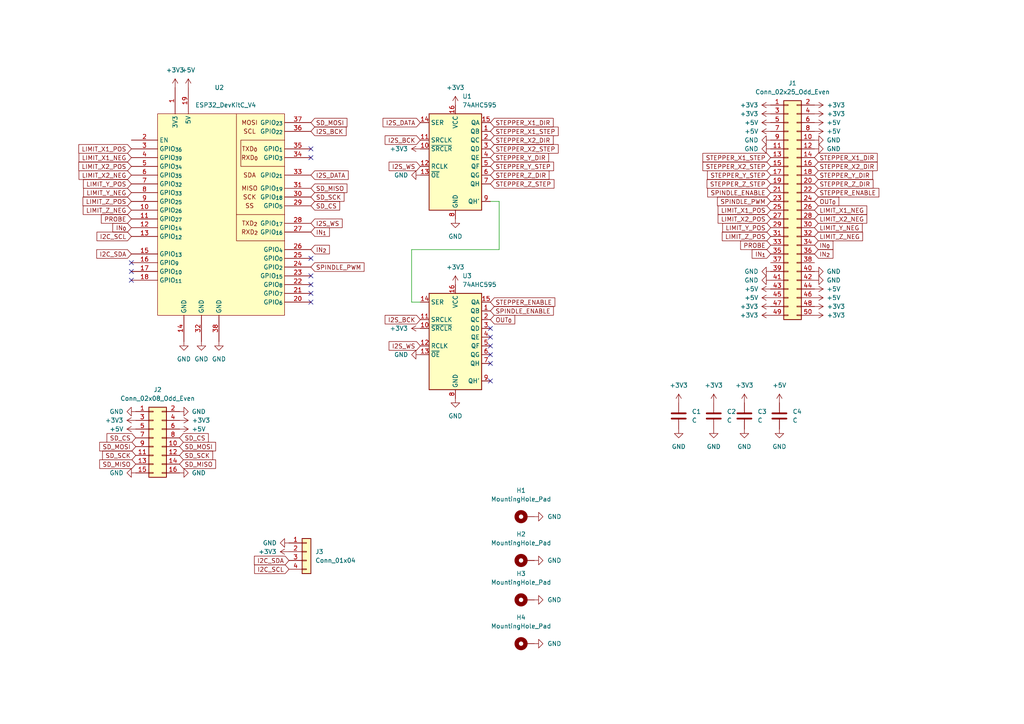
<source format=kicad_sch>
(kicad_sch (version 20211123) (generator eeschema)
  (paper "A4")
  (lib_symbols
    (symbol "74xx:74AHC595"
      (property "Reference" "U" (at -7.62 13.97 0))
      (property "Value" "74AHC595" (at -7.62 -16.51 0))
      (symbol "74AHC595_1_0"
        (pin tri_state line (at 10.16 7.62 180) (length 2.54) (name "QB") (number "1"))
        (pin input line (at -10.16 2.54 0) (length 2.54) (name "~{SRCLR}") (number "10"))
        (pin input line (at -10.16 5.08 0) (length 2.54) (name "SRCLK") (number "11"))
        (pin input line (at -10.16 -2.54 0) (length 2.54) (name "RCLK") (number "12"))
        (pin input line (at -10.16 -5.08 0) (length 2.54) (name "~{OE}") (number "13"))
        (pin input line (at -10.16 10.16 0) (length 2.54) (name "SER") (number "14"))
        (pin tri_state line (at 10.16 10.16 180) (length 2.54) (name "QA") (number "15"))
        (pin power_in line (at 0 15.24 270) (length 2.54) (name "VCC") (number "16"))
        (pin tri_state line (at 10.16 5.08 180) (length 2.54) (name "QC") (number "2"))
        (pin tri_state line (at 10.16 2.54 180) (length 2.54) (name "QD") (number "3"))
        (pin tri_state line (at 10.16 0 180) (length 2.54) (name "QE") (number "4"))
        (pin tri_state line (at 10.16 -2.54 180) (length 2.54) (name "QF") (number "5"))
        (pin tri_state line (at 10.16 -5.08 180) (length 2.54) (name "QG") (number "6"))
        (pin tri_state line (at 10.16 -7.62 180) (length 2.54) (name "QH") (number "7"))
        (pin power_in line (at 0 -17.78 90) (length 2.54) (name "GND") (number "8"))
        (pin output line (at 10.16 -12.7 180) (length 2.54) (name "QH'") (number "9"))
      )
      (symbol "74AHC595_1_1"
        (rectangle (start -7.62 12.7) (end 7.62 -15.24) (stroke (width 0.254)) (fill (type background)))
      )
    )
    (symbol "AZ-Delivery:ESP32_DevKitC_V4"
      (property "Reference" "U?" (at 1.27 30.48 0))
      (property "Value" "ESP32_DevKitC_V4" (at 7.62 21.59 90))
      (symbol "ESP32_DevKitC_V4_0_0"
        (polyline (pts (xy 10.16 5.08) (xy 10.16 -2.54) (xy 24.13 -2.54)))
        (polyline (pts (xy 24.13 5.08) (xy 10.16 5.08) (xy 10.16 34.29)))
        (polyline (pts (xy 24.13 19.05) (xy 11.43 19.05) (xy 11.43 26.67) (xy 24.13 26.67)))
        (text "MISO" (at 13.97 12.7 0) (effects (font (size 1.27 1.27))))
        (text "MOSI" (at 13.97 31.75 0) (effects (font (size 1.27 1.27))))
        (text "RXD_{0}" (at 13.97 21.59 0) (effects (font (size 1.27 1.27))))
        (text "RXD_{2}" (at 13.97 0 0) (effects (font (size 1.27 1.27))))
        (text "SCK" (at 13.97 10.16 0) (effects (font (size 1.27 1.27))))
        (text "SCL" (at 13.97 29.21 0) (effects (font (size 1.27 1.27))))
        (text "SDA" (at 13.97 16.51 0) (effects (font (size 1.27 1.27))))
        (text "SS" (at 13.97 7.62 0) (effects (font (size 1.27 1.27))))
        (text "TXD_{0}" (at 13.97 24.13 0) (effects (font (size 1.27 1.27))))
        (text "TXD_{2}" (at 13.97 2.54 0) (effects (font (size 1.27 1.27))))
      )
      (symbol "ESP32_DevKitC_V4_0_1"
        (rectangle (start -12.7 34.29) (end 24.13 -24.13) (fill (type background)))
      )
      (symbol "ESP32_DevKitC_V4_1_0"
        (pin power_in line (at -7.62 41.91 270) (length 7.62) (name "3V3") (number "1"))
        (pin bidirectional line (at -20.32 6.35 0) (length 7.62) (name "GPIO_{26}") (number "10"))
        (pin bidirectional line (at -20.32 3.81 0) (length 7.62) (name "GPIO_{27}") (number "11"))
        (pin bidirectional line (at -20.32 1.27 0) (length 7.62) (name "GPIO_{14}") (number "12"))
        (pin bidirectional line (at -20.32 -1.27 0) (length 7.62) (name "GPIO_{12}") (number "13"))
        (pin power_out line (at -5.08 -31.75 90) (length 7.62) (name "GND") (number "14"))
        (pin bidirectional line (at -20.32 -6.35 0) (length 7.62) (name "GPIO_{13}") (number "15"))
        (pin bidirectional line (at -20.32 -8.89 0) (length 7.62) (name "GPIO_{9}") (number "16"))
        (pin bidirectional line (at -20.32 -11.43 0) (length 7.62) (name "GPIO_{10}") (number "17"))
        (pin bidirectional line (at -20.32 -13.97 0) (length 7.62) (name "GPIO_{11}") (number "18"))
        (pin power_in line (at -3.81 41.91 270) (length 7.62) (name "5V") (number "19"))
        (pin input line (at -20.32 26.67 0) (length 7.62) (name "EN") (number "2"))
        (pin bidirectional line (at 31.75 -20.32 180) (length 7.62) (name "GPIO_{6}") (number "20"))
        (pin bidirectional line (at 31.75 -17.78 180) (length 7.62) (name "GPIO_{7}") (number "21"))
        (pin bidirectional line (at 31.75 -15.24 180) (length 7.62) (name "GPIO_{8}") (number "22"))
        (pin bidirectional line (at 31.75 -12.7 180) (length 7.62) (name "GPIO_{15}") (number "23"))
        (pin bidirectional line (at 31.75 -10.16 180) (length 7.62) (name "GPIO_{2}") (number "24"))
        (pin bidirectional line (at 31.75 -7.62 180) (length 7.62) (name "GPIO_{0}") (number "25"))
        (pin bidirectional line (at 31.75 -5.08 180) (length 7.62) (name "GPIO_{4}") (number "26"))
        (pin bidirectional line (at 31.75 0 180) (length 7.62) (name "GPIO_{16}") (number "27"))
        (pin bidirectional line (at 31.75 2.54 180) (length 7.62) (name "GPIO_{17}") (number "28"))
        (pin bidirectional line (at 31.75 7.62 180) (length 7.62) (name "GPIO_{5}") (number "29"))
        (pin input line (at -20.32 24.13 0) (length 7.62) (name "GPIO_{36}") (number "3"))
        (pin bidirectional line (at 31.75 10.16 180) (length 7.62) (name "GPIO_{18}") (number "30"))
        (pin bidirectional line (at 31.75 12.7 180) (length 7.62) (name "GPIO_{19}") (number "31"))
        (pin power_out line (at 0 -31.75 90) (length 7.62) (name "GND") (number "32"))
        (pin bidirectional line (at 31.75 16.51 180) (length 7.62) (name "GPIO_{21}") (number "33"))
        (pin bidirectional line (at 31.75 21.59 180) (length 7.62) (name "GPIO_{3}") (number "34"))
        (pin bidirectional line (at 31.75 24.13 180) (length 7.62) (name "GPIO_{1}") (number "35"))
        (pin bidirectional line (at 31.75 29.21 180) (length 7.62) (name "GPIO_{22}") (number "36"))
        (pin bidirectional line (at 31.75 31.75 180) (length 7.62) (name "GPIO_{23}") (number "37"))
        (pin power_out line (at 5.08 -31.75 90) (length 7.62) (name "GND") (number "38"))
        (pin input line (at -20.32 21.59 0) (length 7.62) (name "GPIO_{39}") (number "4"))
        (pin input line (at -20.32 19.05 0) (length 7.62) (name "GPIO_{34}") (number "5"))
        (pin input line (at -20.32 16.51 0) (length 7.62) (name "GPIO_{35}") (number "6"))
        (pin bidirectional line (at -20.32 13.97 0) (length 7.62) (name "GPIO_{32}") (number "7"))
        (pin bidirectional line (at -20.32 11.43 0) (length 7.62) (name "GPIO_{33}") (number "8"))
        (pin bidirectional line (at -20.32 8.89 0) (length 7.62) (name "GPIO_{25}") (number "9"))
      )
    )
    (symbol "Connector_Generic:Conn_01x04" (pin_names (offset 1.016) hide)
      (property "Reference" "J" (at 0 5.08 0))
      (property "Value" "Conn_01x04" (at 0 -7.62 0))
      (symbol "Conn_01x04_1_1"
        (rectangle (start -1.27 -4.953) (end 0 -5.207) (stroke (width 0.1524)))
        (rectangle (start -1.27 -2.413) (end 0 -2.667) (stroke (width 0.1524)))
        (rectangle (start -1.27 0.127) (end 0 -0.127) (stroke (width 0.1524)))
        (rectangle (start -1.27 2.667) (end 0 2.413) (stroke (width 0.1524)))
        (rectangle (start -1.27 3.81) (end 1.27 -6.35) (stroke (width 0.254)) (fill (type background)))
        (pin passive line (at -5.08 2.54 0) (length 3.81) (name "Pin_1") (number "1"))
        (pin passive line (at -5.08 0 0) (length 3.81) (name "Pin_2") (number "2"))
        (pin passive line (at -5.08 -2.54 0) (length 3.81) (name "Pin_3") (number "3"))
        (pin passive line (at -5.08 -5.08 0) (length 3.81) (name "Pin_4") (number "4"))
      )
    )
    (symbol "Connector_Generic:Conn_02x08_Odd_Even" (pin_names (offset 1.016) hide)
      (property "Reference" "J" (at 1.27 10.16 0))
      (property "Value" "Conn_02x08_Odd_Even" (at 1.27 -12.7 0))
      (symbol "Conn_02x08_Odd_Even_1_1"
        (rectangle (start -1.27 -10.033) (end 0 -10.287) (stroke (width 0.1524)))
        (rectangle (start -1.27 -7.493) (end 0 -7.747) (stroke (width 0.1524)))
        (rectangle (start -1.27 -4.953) (end 0 -5.207) (stroke (width 0.1524)))
        (rectangle (start -1.27 -2.413) (end 0 -2.667) (stroke (width 0.1524)))
        (rectangle (start -1.27 0.127) (end 0 -0.127) (stroke (width 0.1524)))
        (rectangle (start -1.27 2.667) (end 0 2.413) (stroke (width 0.1524)))
        (rectangle (start -1.27 5.207) (end 0 4.953) (stroke (width 0.1524)))
        (rectangle (start -1.27 7.747) (end 0 7.493) (stroke (width 0.1524)))
        (rectangle (start -1.27 8.89) (end 3.81 -11.43) (stroke (width 0.254)) (fill (type background)))
        (rectangle (start 3.81 -10.033) (end 2.54 -10.287) (stroke (width 0.1524)))
        (rectangle (start 3.81 -7.493) (end 2.54 -7.747) (stroke (width 0.1524)))
        (rectangle (start 3.81 -4.953) (end 2.54 -5.207) (stroke (width 0.1524)))
        (rectangle (start 3.81 -2.413) (end 2.54 -2.667) (stroke (width 0.1524)))
        (rectangle (start 3.81 0.127) (end 2.54 -0.127) (stroke (width 0.1524)))
        (rectangle (start 3.81 2.667) (end 2.54 2.413) (stroke (width 0.1524)))
        (rectangle (start 3.81 5.207) (end 2.54 4.953) (stroke (width 0.1524)))
        (rectangle (start 3.81 7.747) (end 2.54 7.493) (stroke (width 0.1524)))
        (pin passive line (at -5.08 7.62 0) (length 3.81) (name "Pin_1") (number "1"))
        (pin passive line (at 7.62 -2.54 180) (length 3.81) (name "Pin_10") (number "10"))
        (pin passive line (at -5.08 -5.08 0) (length 3.81) (name "Pin_11") (number "11"))
        (pin passive line (at 7.62 -5.08 180) (length 3.81) (name "Pin_12") (number "12"))
        (pin passive line (at -5.08 -7.62 0) (length 3.81) (name "Pin_13") (number "13"))
        (pin passive line (at 7.62 -7.62 180) (length 3.81) (name "Pin_14") (number "14"))
        (pin passive line (at -5.08 -10.16 0) (length 3.81) (name "Pin_15") (number "15"))
        (pin passive line (at 7.62 -10.16 180) (length 3.81) (name "Pin_16") (number "16"))
        (pin passive line (at 7.62 7.62 180) (length 3.81) (name "Pin_2") (number "2"))
        (pin passive line (at -5.08 5.08 0) (length 3.81) (name "Pin_3") (number "3"))
        (pin passive line (at 7.62 5.08 180) (length 3.81) (name "Pin_4") (number "4"))
        (pin passive line (at -5.08 2.54 0) (length 3.81) (name "Pin_5") (number "5"))
        (pin passive line (at 7.62 2.54 180) (length 3.81) (name "Pin_6") (number "6"))
        (pin passive line (at -5.08 0 0) (length 3.81) (name "Pin_7") (number "7"))
        (pin passive line (at 7.62 0 180) (length 3.81) (name "Pin_8") (number "8"))
        (pin passive line (at -5.08 -2.54 0) (length 3.81) (name "Pin_9") (number "9"))
      )
    )
    (symbol "Connector_Generic:Conn_02x25_Odd_Even" (pin_names (offset 1.016) hide)
      (property "Reference" "J" (at 1.27 33.02 0))
      (property "Value" "Conn_02x25_Odd_Even" (at 1.27 -33.02 0))
      (symbol "Conn_02x25_Odd_Even_1_1"
        (rectangle (start -1.27 -30.353) (end 0 -30.607) (stroke (width 0.1524)))
        (rectangle (start -1.27 -27.813) (end 0 -28.067) (stroke (width 0.1524)))
        (rectangle (start -1.27 -25.273) (end 0 -25.527) (stroke (width 0.1524)))
        (rectangle (start -1.27 -22.733) (end 0 -22.987) (stroke (width 0.1524)))
        (rectangle (start -1.27 -20.193) (end 0 -20.447) (stroke (width 0.1524)))
        (rectangle (start -1.27 -17.653) (end 0 -17.907) (stroke (width 0.1524)))
        (rectangle (start -1.27 -15.113) (end 0 -15.367) (stroke (width 0.1524)))
        (rectangle (start -1.27 -12.573) (end 0 -12.827) (stroke (width 0.1524)))
        (rectangle (start -1.27 -10.033) (end 0 -10.287) (stroke (width 0.1524)))
        (rectangle (start -1.27 -7.493) (end 0 -7.747) (stroke (width 0.1524)))
        (rectangle (start -1.27 -4.953) (end 0 -5.207) (stroke (width 0.1524)))
        (rectangle (start -1.27 -2.413) (end 0 -2.667) (stroke (width 0.1524)))
        (rectangle (start -1.27 0.127) (end 0 -0.127) (stroke (width 0.1524)))
        (rectangle (start -1.27 2.667) (end 0 2.413) (stroke (width 0.1524)))
        (rectangle (start -1.27 5.207) (end 0 4.953) (stroke (width 0.1524)))
        (rectangle (start -1.27 7.747) (end 0 7.493) (stroke (width 0.1524)))
        (rectangle (start -1.27 10.287) (end 0 10.033) (stroke (width 0.1524)))
        (rectangle (start -1.27 12.827) (end 0 12.573) (stroke (width 0.1524)))
        (rectangle (start -1.27 15.367) (end 0 15.113) (stroke (width 0.1524)))
        (rectangle (start -1.27 17.907) (end 0 17.653) (stroke (width 0.1524)))
        (rectangle (start -1.27 20.447) (end 0 20.193) (stroke (width 0.1524)))
        (rectangle (start -1.27 22.987) (end 0 22.733) (stroke (width 0.1524)))
        (rectangle (start -1.27 25.527) (end 0 25.273) (stroke (width 0.1524)))
        (rectangle (start -1.27 28.067) (end 0 27.813) (stroke (width 0.1524)))
        (rectangle (start -1.27 30.607) (end 0 30.353) (stroke (width 0.1524)))
        (rectangle (start -1.27 31.75) (end 3.81 -31.75) (stroke (width 0.254)) (fill (type background)))
        (rectangle (start 3.81 -30.353) (end 2.54 -30.607) (stroke (width 0.1524)))
        (rectangle (start 3.81 -27.813) (end 2.54 -28.067) (stroke (width 0.1524)))
        (rectangle (start 3.81 -25.273) (end 2.54 -25.527) (stroke (width 0.1524)))
        (rectangle (start 3.81 -22.733) (end 2.54 -22.987) (stroke (width 0.1524)))
        (rectangle (start 3.81 -20.193) (end 2.54 -20.447) (stroke (width 0.1524)))
        (rectangle (start 3.81 -17.653) (end 2.54 -17.907) (stroke (width 0.1524)))
        (rectangle (start 3.81 -15.113) (end 2.54 -15.367) (stroke (width 0.1524)))
        (rectangle (start 3.81 -12.573) (end 2.54 -12.827) (stroke (width 0.1524)))
        (rectangle (start 3.81 -10.033) (end 2.54 -10.287) (stroke (width 0.1524)))
        (rectangle (start 3.81 -7.493) (end 2.54 -7.747) (stroke (width 0.1524)))
        (rectangle (start 3.81 -4.953) (end 2.54 -5.207) (stroke (width 0.1524)))
        (rectangle (start 3.81 -2.413) (end 2.54 -2.667) (stroke (width 0.1524)))
        (rectangle (start 3.81 0.127) (end 2.54 -0.127) (stroke (width 0.1524)))
        (rectangle (start 3.81 2.667) (end 2.54 2.413) (stroke (width 0.1524)))
        (rectangle (start 3.81 5.207) (end 2.54 4.953) (stroke (width 0.1524)))
        (rectangle (start 3.81 7.747) (end 2.54 7.493) (stroke (width 0.1524)))
        (rectangle (start 3.81 10.287) (end 2.54 10.033) (stroke (width 0.1524)))
        (rectangle (start 3.81 12.827) (end 2.54 12.573) (stroke (width 0.1524)))
        (rectangle (start 3.81 15.367) (end 2.54 15.113) (stroke (width 0.1524)))
        (rectangle (start 3.81 17.907) (end 2.54 17.653) (stroke (width 0.1524)))
        (rectangle (start 3.81 20.447) (end 2.54 20.193) (stroke (width 0.1524)))
        (rectangle (start 3.81 22.987) (end 2.54 22.733) (stroke (width 0.1524)))
        (rectangle (start 3.81 25.527) (end 2.54 25.273) (stroke (width 0.1524)))
        (rectangle (start 3.81 28.067) (end 2.54 27.813) (stroke (width 0.1524)))
        (rectangle (start 3.81 30.607) (end 2.54 30.353) (stroke (width 0.1524)))
        (pin passive line (at -5.08 30.48 0) (length 3.81) (name "Pin_1") (number "1"))
        (pin passive line (at 7.62 20.32 180) (length 3.81) (name "Pin_10") (number "10"))
        (pin passive line (at -5.08 17.78 0) (length 3.81) (name "Pin_11") (number "11"))
        (pin passive line (at 7.62 17.78 180) (length 3.81) (name "Pin_12") (number "12"))
        (pin passive line (at -5.08 15.24 0) (length 3.81) (name "Pin_13") (number "13"))
        (pin passive line (at 7.62 15.24 180) (length 3.81) (name "Pin_14") (number "14"))
        (pin passive line (at -5.08 12.7 0) (length 3.81) (name "Pin_15") (number "15"))
        (pin passive line (at 7.62 12.7 180) (length 3.81) (name "Pin_16") (number "16"))
        (pin passive line (at -5.08 10.16 0) (length 3.81) (name "Pin_17") (number "17"))
        (pin passive line (at 7.62 10.16 180) (length 3.81) (name "Pin_18") (number "18"))
        (pin passive line (at -5.08 7.62 0) (length 3.81) (name "Pin_19") (number "19"))
        (pin passive line (at 7.62 30.48 180) (length 3.81) (name "Pin_2") (number "2"))
        (pin passive line (at 7.62 7.62 180) (length 3.81) (name "Pin_20") (number "20"))
        (pin passive line (at -5.08 5.08 0) (length 3.81) (name "Pin_21") (number "21"))
        (pin passive line (at 7.62 5.08 180) (length 3.81) (name "Pin_22") (number "22"))
        (pin passive line (at -5.08 2.54 0) (length 3.81) (name "Pin_23") (number "23"))
        (pin passive line (at 7.62 2.54 180) (length 3.81) (name "Pin_24") (number "24"))
        (pin passive line (at -5.08 0 0) (length 3.81) (name "Pin_25") (number "25"))
        (pin passive line (at 7.62 0 180) (length 3.81) (name "Pin_26") (number "26"))
        (pin passive line (at -5.08 -2.54 0) (length 3.81) (name "Pin_27") (number "27"))
        (pin passive line (at 7.62 -2.54 180) (length 3.81) (name "Pin_28") (number "28"))
        (pin passive line (at -5.08 -5.08 0) (length 3.81) (name "Pin_29") (number "29"))
        (pin passive line (at -5.08 27.94 0) (length 3.81) (name "Pin_3") (number "3"))
        (pin passive line (at 7.62 -5.08 180) (length 3.81) (name "Pin_30") (number "30"))
        (pin passive line (at -5.08 -7.62 0) (length 3.81) (name "Pin_31") (number "31"))
        (pin passive line (at 7.62 -7.62 180) (length 3.81) (name "Pin_32") (number "32"))
        (pin passive line (at -5.08 -10.16 0) (length 3.81) (name "Pin_33") (number "33"))
        (pin passive line (at 7.62 -10.16 180) (length 3.81) (name "Pin_34") (number "34"))
        (pin passive line (at -5.08 -12.7 0) (length 3.81) (name "Pin_35") (number "35"))
        (pin passive line (at 7.62 -12.7 180) (length 3.81) (name "Pin_36") (number "36"))
        (pin passive line (at -5.08 -15.24 0) (length 3.81) (name "Pin_37") (number "37"))
        (pin passive line (at 7.62 -15.24 180) (length 3.81) (name "Pin_38") (number "38"))
        (pin passive line (at -5.08 -17.78 0) (length 3.81) (name "Pin_39") (number "39"))
        (pin passive line (at 7.62 27.94 180) (length 3.81) (name "Pin_4") (number "4"))
        (pin passive line (at 7.62 -17.78 180) (length 3.81) (name "Pin_40") (number "40"))
        (pin passive line (at -5.08 -20.32 0) (length 3.81) (name "Pin_41") (number "41"))
        (pin passive line (at 7.62 -20.32 180) (length 3.81) (name "Pin_42") (number "42"))
        (pin passive line (at -5.08 -22.86 0) (length 3.81) (name "Pin_43") (number "43"))
        (pin passive line (at 7.62 -22.86 180) (length 3.81) (name "Pin_44") (number "44"))
        (pin passive line (at -5.08 -25.4 0) (length 3.81) (name "Pin_45") (number "45"))
        (pin passive line (at 7.62 -25.4 180) (length 3.81) (name "Pin_46") (number "46"))
        (pin passive line (at -5.08 -27.94 0) (length 3.81) (name "Pin_47") (number "47"))
        (pin passive line (at 7.62 -27.94 180) (length 3.81) (name "Pin_48") (number "48"))
        (pin passive line (at -5.08 -30.48 0) (length 3.81) (name "Pin_49") (number "49"))
        (pin passive line (at -5.08 25.4 0) (length 3.81) (name "Pin_5") (number "5"))
        (pin passive line (at 7.62 -30.48 180) (length 3.81) (name "Pin_50") (number "50"))
        (pin passive line (at 7.62 25.4 180) (length 3.81) (name "Pin_6") (number "6"))
        (pin passive line (at -5.08 22.86 0) (length 3.81) (name "Pin_7") (number "7"))
        (pin passive line (at 7.62 22.86 180) (length 3.81) (name "Pin_8") (number "8"))
        (pin passive line (at -5.08 20.32 0) (length 3.81) (name "Pin_9") (number "9"))
      )
    )
    (symbol "Device:C" (pin_numbers hide) (pin_names (offset 0.254))
      (property "Reference" "C" (at 0.635 2.54 0))
      (property "Value" "C" (at 0.635 -2.54 0))
      (symbol "C_0_1"
        (polyline (pts (xy -2.032 -0.762) (xy 2.032 -0.762)) (stroke (width 0.508)))
        (polyline (pts (xy -2.032 0.762) (xy 2.032 0.762)) (stroke (width 0.508)))
      )
      (symbol "C_1_1"
        (pin passive line (at 0 3.81 270) (length 2.794) (name "~") (number "1"))
        (pin passive line (at 0 -3.81 90) (length 2.794) (name "~") (number "2"))
      )
    )
    (symbol "Mechanical:MountingHole_Pad" (pin_numbers hide) (pin_names (offset 1.016) hide)
      (property "Reference" "H" (at 0 6.35 0))
      (property "Value" "MountingHole_Pad" (at 0 4.445 0))
      (symbol "MountingHole_Pad_0_1"
        (circle (center 0 1.27) (radius 1.27) (stroke (width 1.27)))
      )
      (symbol "MountingHole_Pad_1_1"
        (pin input line (at 0 -2.54 90) (length 2.54) (name "1") (number "1"))
      )
    )
    (symbol "power:+3V3" (power) (pin_names (offset 0))
      (property "Value" "+3V3" (at 0 3.556 0))
      (symbol "+3V3_0_1"
        (polyline (pts (xy -0.762 1.27) (xy 0 2.54)))
        (polyline (pts (xy 0 0) (xy 0 2.54)))
        (polyline (pts (xy 0 2.54) (xy 0.762 1.27)))
      )
      (symbol "+3V3_1_1"
        (pin power_in line (at 0 0 90) (length 0) hide (name "+3V3") (number "1"))
      )
    )
    (symbol "power:+5V" (power) (pin_names (offset 0))
      (property "Value" "+5V" (at 0 3.556 0))
      (symbol "+5V_0_1"
        (polyline (pts (xy -0.762 1.27) (xy 0 2.54)))
        (polyline (pts (xy 0 0) (xy 0 2.54)))
        (polyline (pts (xy 0 2.54) (xy 0.762 1.27)))
      )
      (symbol "+5V_1_1"
        (pin power_in line (at 0 0 90) (length 0) hide (name "+5V") (number "1"))
      )
    )
    (symbol "power:GND" (power) (pin_names (offset 0))
      (property "Value" "GND" (at 0 -3.81 0))
      (symbol "GND_0_1"
        (polyline (pts (xy 0 0) (xy 0 -1.27) (xy 1.27 -1.27) (xy 0 -2.54) (xy -1.27 -1.27) (xy 0 -1.27)))
      )
      (symbol "GND_1_1"
        (pin power_in line (at 0 0 270) (length 0) hide (name "GND") (number "1"))
      )
    )
  )
  (no_connect (at 90.17 43.18))
  (no_connect (at 90.17 45.72))
  (no_connect (at 90.17 74.93))
  (no_connect (at 90.17 87.63))
  (no_connect (at 90.17 82.55))
  (no_connect (at 90.17 85.09))
  (no_connect (at 38.1 76.2))
  (no_connect (at 38.1 78.74))
  (no_connect (at 38.1 81.28))
  (no_connect (at 90.17 80.01))
  (no_connect (at 142.24 102.87))
  (no_connect (at 142.24 100.33))
  (no_connect (at 142.24 97.79))
  (no_connect (at 142.24 95.25))
  (no_connect (at 142.24 110.49))
  (no_connect (at 142.24 105.41))
  (wire (pts (xy 142.24 58.42) (xy 144.78 58.42)))
  (wire (pts (xy 144.78 72.39) (xy 119.38 72.39)))
  (wire (pts (xy 119.38 87.63) (xy 121.92 87.63)))
  (wire (pts (xy 144.78 58.42) (xy 144.78 72.39)))
  (wire (pts (xy 119.38 72.39) (xy 119.38 87.63)))
  (global_label "I2S_WS" (shape input) (at 121.92 48.26 180) (property "Intersheet References" "${INTERSHEET_REFS}" (effects hide)))
  (global_label "IN_{2}" (shape input) (at 236.22 73.66 0) (property "Intersheet References" "${INTERSHEET_REFS}" (effects hide)))
  (global_label "I2S_WS" (shape input) (at 90.17 64.77 0) (property "Intersheet References" "${INTERSHEET_REFS}" (effects hide)))
  (global_label "I2S_WS" (shape input) (at 121.92 100.33 180) (property "Intersheet References" "${INTERSHEET_REFS}" (effects hide)))
  (global_label "STEPPER_X2_STEP" (shape input) (at 223.52 48.26 180) (property "Intersheet References" "${INTERSHEET_REFS}" (effects hide)))
  (global_label "I2S_DATA" (shape input) (at 90.17 50.8 0) (property "Intersheet References" "${INTERSHEET_REFS}" (effects hide)))
  (global_label "OUT_{0}" (shape input) (at 142.24 92.71 0) (property "Intersheet References" "${INTERSHEET_REFS}" (effects hide)))
  (global_label "OUT_{0}" (shape input) (at 236.22 58.42 0) (property "Intersheet References" "${INTERSHEET_REFS}" (effects hide)))
  (global_label "LIMIT_X1_NEG" (shape input) (at 38.1 45.72 180) (property "Intersheet References" "${INTERSHEET_REFS}" (effects hide)))
  (global_label "STEPPER_ENABLE" (shape input) (at 142.24 87.63 0) (property "Intersheet References" "${INTERSHEET_REFS}" (effects hide)))
  (global_label "SD_MOSI" (shape input) (at 52.07 129.54 0) (property "Intersheet References" "${INTERSHEET_REFS}" (effects hide)))
  (global_label "LIMIT_Z_POS" (shape input) (at 38.1 58.42 180) (property "Intersheet References" "${INTERSHEET_REFS}" (effects hide)))
  (global_label "SD_CS" (shape input) (at 52.07 127 0) (property "Intersheet References" "${INTERSHEET_REFS}" (effects hide)))
  (global_label "I2C_SCL" (shape input) (at 83.82 165.1 180) (property "Intersheet References" "${INTERSHEET_REFS}" (effects hide)))
  (global_label "SD_MISO" (shape input) (at 52.07 134.62 0) (property "Intersheet References" "${INTERSHEET_REFS}" (effects hide)))
  (global_label "IN_{1}" (shape input) (at 223.52 73.66 180) (property "Intersheet References" "${INTERSHEET_REFS}" (effects hide)))
  (global_label "LIMIT_X1_POS" (shape input) (at 38.1 43.18 180) (property "Intersheet References" "${INTERSHEET_REFS}" (effects hide)))
  (global_label "STEPPER_X2_STEP" (shape input) (at 142.24 43.18 0) (property "Intersheet References" "${INTERSHEET_REFS}" (effects hide)))
  (global_label "SPINDLE_ENABLE" (shape input) (at 223.52 55.88 180) (property "Intersheet References" "${INTERSHEET_REFS}" (effects hide)))
  (global_label "I2C_SCL" (shape input) (at 38.1 68.58 180) (property "Intersheet References" "${INTERSHEET_REFS}" (effects hide)))
  (global_label "LIMIT_X2_NEG" (shape input) (at 38.1 50.8 180) (property "Intersheet References" "${INTERSHEET_REFS}" (effects hide)))
  (global_label "STEPPER_X1_DIR" (shape input) (at 142.24 35.56 0) (property "Intersheet References" "${INTERSHEET_REFS}" (effects hide)))
  (global_label "STEPPER_Z_STEP" (shape input) (at 142.24 53.34 0) (property "Intersheet References" "${INTERSHEET_REFS}" (effects hide)))
  (global_label "LIMIT_X2_POS" (shape input) (at 38.1 48.26 180) (property "Intersheet References" "${INTERSHEET_REFS}" (effects hide)))
  (global_label "LIMIT_X1_POS" (shape input) (at 223.52 60.96 180) (property "Intersheet References" "${INTERSHEET_REFS}" (effects hide)))
  (global_label "IN_{2}" (shape input) (at 90.17 72.39 0) (property "Intersheet References" "${INTERSHEET_REFS}" (effects hide)))
  (global_label "SD_MISO" (shape input) (at 39.37 134.62 180) (property "Intersheet References" "${INTERSHEET_REFS}" (effects hide)))
  (global_label "SD_MOSI" (shape input) (at 39.37 129.54 180) (property "Intersheet References" "${INTERSHEET_REFS}" (effects hide)))
  (global_label "IN_{0}" (shape input) (at 236.22 71.12 0) (property "Intersheet References" "${INTERSHEET_REFS}" (effects hide)))
  (global_label "SD_MOSI" (shape input) (at 90.17 35.56 0) (property "Intersheet References" "${INTERSHEET_REFS}" (effects hide)))
  (global_label "I2S_BCK" (shape input) (at 121.92 92.71 180) (property "Intersheet References" "${INTERSHEET_REFS}" (effects hide)))
  (global_label "LIMIT_Z_POS" (shape input) (at 223.52 68.58 180) (property "Intersheet References" "${INTERSHEET_REFS}" (effects hide)))
  (global_label "LIMIT_Y_POS" (shape input) (at 38.1 53.34 180) (property "Intersheet References" "${INTERSHEET_REFS}" (effects hide)))
  (global_label "STEPPER_Z_STEP" (shape input) (at 223.52 53.34 180) (property "Intersheet References" "${INTERSHEET_REFS}" (effects hide)))
  (global_label "STEPPER_X1_STEP" (shape input) (at 142.24 38.1 0) (property "Intersheet References" "${INTERSHEET_REFS}" (effects hide)))
  (global_label "STEPPER_ENABLE" (shape input) (at 236.22 55.88 0) (property "Intersheet References" "${INTERSHEET_REFS}" (effects hide)))
  (global_label "IN_{1}" (shape input) (at 90.17 67.31 0) (property "Intersheet References" "${INTERSHEET_REFS}" (effects hide)))
  (global_label "STEPPER_Y_DIR" (shape input) (at 142.24 45.72 0) (property "Intersheet References" "${INTERSHEET_REFS}" (effects hide)))
  (global_label "I2S_BCK" (shape input) (at 90.17 38.1 0) (property "Intersheet References" "${INTERSHEET_REFS}" (effects hide)))
  (global_label "I2C_SDA" (shape input) (at 83.82 162.56 180) (property "Intersheet References" "${INTERSHEET_REFS}" (effects hide)))
  (global_label "PROBE" (shape input) (at 38.1 63.5 180) (property "Intersheet References" "${INTERSHEET_REFS}" (effects hide)))
  (global_label "STEPPER_Y_STEP" (shape input) (at 223.52 50.8 180) (property "Intersheet References" "${INTERSHEET_REFS}" (effects hide)))
  (global_label "I2S_DATA" (shape input) (at 121.92 35.56 180) (property "Intersheet References" "${INTERSHEET_REFS}" (effects hide)))
  (global_label "LIMIT_Y_NEG" (shape input) (at 236.22 66.04 0) (property "Intersheet References" "${INTERSHEET_REFS}" (effects hide)))
  (global_label "SPINDLE_PWM" (shape input) (at 90.17 77.47 0) (property "Intersheet References" "${INTERSHEET_REFS}" (effects hide)))
  (global_label "SD_CS" (shape input) (at 90.17 59.69 0) (property "Intersheet References" "${INTERSHEET_REFS}" (effects hide)))
  (global_label "STEPPER_Y_DIR" (shape input) (at 236.22 50.8 0) (property "Intersheet References" "${INTERSHEET_REFS}" (effects hide)))
  (global_label "STEPPER_X2_DIR" (shape input) (at 236.22 48.26 0) (property "Intersheet References" "${INTERSHEET_REFS}" (effects hide)))
  (global_label "STEPPER_Y_STEP" (shape input) (at 142.24 48.26 0) (property "Intersheet References" "${INTERSHEET_REFS}" (effects hide)))
  (global_label "STEPPER_Z_DIR" (shape input) (at 236.22 53.34 0) (property "Intersheet References" "${INTERSHEET_REFS}" (effects hide)))
  (global_label "SPINDLE_PWM" (shape input) (at 223.52 58.42 180) (property "Intersheet References" "${INTERSHEET_REFS}" (effects hide)))
  (global_label "SPINDLE_ENABLE" (shape input) (at 142.24 90.17 0) (property "Intersheet References" "${INTERSHEET_REFS}" (effects hide)))
  (global_label "LIMIT_Z_NEG" (shape input) (at 38.1 60.96 180) (property "Intersheet References" "${INTERSHEET_REFS}" (effects hide)))
  (global_label "LIMIT_Y_POS" (shape input) (at 223.52 66.04 180) (property "Intersheet References" "${INTERSHEET_REFS}" (effects hide)))
  (global_label "SD_SCK" (shape input) (at 90.17 57.15 0) (property "Intersheet References" "${INTERSHEET_REFS}" (effects hide)))
  (global_label "LIMIT_X2_POS" (shape input) (at 223.52 63.5 180) (property "Intersheet References" "${INTERSHEET_REFS}" (effects hide)))
  (global_label "IN_{0}" (shape input) (at 38.1 66.04 180) (property "Intersheet References" "${INTERSHEET_REFS}" (effects hide)))
  (global_label "STEPPER_X1_STEP" (shape input) (at 223.52 45.72 180) (property "Intersheet References" "${INTERSHEET_REFS}" (effects hide)))
  (global_label "SD_SCK" (shape input) (at 52.07 132.08 0) (property "Intersheet References" "${INTERSHEET_REFS}" (effects hide)))
  (global_label "I2S_BCK" (shape input) (at 121.92 40.64 180) (property "Intersheet References" "${INTERSHEET_REFS}" (effects hide)))
  (global_label "STEPPER_Z_DIR" (shape input) (at 142.24 50.8 0) (property "Intersheet References" "${INTERSHEET_REFS}" (effects hide)))
  (global_label "I2C_SDA" (shape input) (at 38.1 73.66 180) (property "Intersheet References" "${INTERSHEET_REFS}" (effects hide)))
  (global_label "PROBE" (shape input) (at 223.52 71.12 180) (property "Intersheet References" "${INTERSHEET_REFS}" (effects hide)))
  (global_label "LIMIT_X2_NEG" (shape input) (at 236.22 63.5 0) (property "Intersheet References" "${INTERSHEET_REFS}" (effects hide)))
  (global_label "LIMIT_X1_NEG" (shape input) (at 236.22 60.96 0) (property "Intersheet References" "${INTERSHEET_REFS}" (effects hide)))
  (global_label "LIMIT_Y_NEG" (shape input) (at 38.1 55.88 180) (property "Intersheet References" "${INTERSHEET_REFS}" (effects hide)))
  (global_label "SD_MISO" (shape input) (at 90.17 54.61 0) (property "Intersheet References" "${INTERSHEET_REFS}" (effects hide)))
  (global_label "STEPPER_X1_DIR" (shape input) (at 236.22 45.72 0) (property "Intersheet References" "${INTERSHEET_REFS}" (effects hide)))
  (global_label "STEPPER_X2_DIR" (shape input) (at 142.24 40.64 0) (property "Intersheet References" "${INTERSHEET_REFS}" (effects hide)))
  (global_label "SD_SCK" (shape input) (at 39.37 132.08 180) (property "Intersheet References" "${INTERSHEET_REFS}" (effects hide)))
  (global_label "LIMIT_Z_NEG" (shape input) (at 236.22 68.58 0) (property "Intersheet References" "${INTERSHEET_REFS}" (effects hide)))
  (global_label "SD_CS" (shape input) (at 39.37 127 180) (property "Intersheet References" "${INTERSHEET_REFS}" (effects hide)))
  (symbol (lib_id "power:+3V3") (at 215.9 116.84 0) (unit 1)
    (property "Reference" "#PWR040" (effects hide))
    (property "Value" "+3V3" (at 215.9 111.76 0))
  )
  (symbol (lib_id "power:+3V3") (at 132.08 30.48 0) (unit 1)
    (property "Reference" "#PWR03" (effects hide))
    (property "Value" "+3V3" (at 132.08 25.4 0))
  )
  (symbol (lib_id "power:+3V3") (at 207.01 116.84 0) (unit 1)
    (property "Reference" "#PWR039" (effects hide))
    (property "Value" "+3V3" (at 207.01 111.76 0))
  )
  (symbol (lib_id "power:+3V3") (at 196.85 116.84 0) (unit 1)
    (property "Reference" "#PWR038" (effects hide))
    (property "Value" "+3V3" (at 196.85 111.76 0))
  )
  (symbol (lib_id "power:+5V") (at 226.06 116.84 0) (unit 1)
    (property "Reference" "#PWR041" (effects hide))
    (property "Value" "+5V" (at 226.06 111.76 0))
  )
  (symbol (lib_id "power:+3V3") (at 236.22 91.44 270) (unit 1)
    (property "Reference" "#PWR031" (effects hide))
    (property "Value" "+3V3" (at 245.11 91.44 90) (effects (justify right)))
  )
  (symbol (lib_id "power:GND") (at 83.82 157.48 270) (unit 1)
    (property "Reference" "#PWR055" (effects hide))
    (property "Value" "GND" (at 76.2 157.48 90) (effects (justify left)))
  )
  (symbol (lib_id "power:GND") (at 236.22 78.74 90) (unit 1)
    (property "Reference" "#PWR020" (effects hide))
    (property "Value" "GND" (at 243.84 78.74 90) (effects (justify left)))
  )
  (symbol (lib_id "Device:C") (at 196.85 120.65 0) (unit 1)
    (property "Reference" "C1" (at 200.66 119.3799 0) (effects (justify left)))
    (property "Value" "C" (at 200.66 121.9199 0) (effects (justify left)))
    (property "Footprint" "Capacitor_SMD:C_0402_1005Metric" (effects hide))
  )
  (symbol (lib_id "Connector_Generic:Conn_02x08_Odd_Even") (at 44.45 127 0) (unit 1)
    (property "Reference" "J2" (at 45.72 113.03 0))
    (property "Value" "Conn_02x08_Odd_Even" (at 45.72 115.57 0))
    (property "Footprint" "Connector_PinSocket_2.54mm:PinSocket_2x08_P2.54mm_Vertical" (effects hide))
  )
  (symbol (lib_id "power:+5V") (at 52.07 124.46 270) (unit 1)
    (property "Reference" "#PWR047" (effects hide))
    (property "Value" "+5V" (at 59.69 124.46 90) (effects (justify right)))
  )
  (symbol (lib_id "power:GND") (at 236.22 40.64 90) (unit 1)
    (property "Reference" "#PWR013" (effects hide))
    (property "Value" "GND" (at 243.84 40.64 90) (effects (justify left)))
  )
  (symbol (lib_id "Connector_Generic:Conn_02x25_Odd_Even") (at 228.6 60.96 0) (unit 1)
    (property "Reference" "J1" (at 229.87 24.13 0))
    (property "Value" "Conn_02x25_Odd_Even" (at 229.87 26.67 0))
    (property "Footprint" "Connector_PinHeader_2.54mm:PinHeader_2x25_P2.54mm_Horizontal" (effects hide))
  )
  (symbol (lib_id "power:GND") (at 132.08 63.5 0) (unit 1)
    (property "Reference" "#PWR018" (effects hide))
    (property "Value" "GND" (at 132.08 68.58 0))
  )
  (symbol (lib_id "Device:C") (at 226.06 120.65 0) (unit 1)
    (property "Reference" "C4" (at 229.87 119.3799 0) (effects (justify left)))
    (property "Value" "C" (at 229.87 121.9199 0) (effects (justify left)))
    (property "Footprint" "Capacitor_SMD:C_0402_1005Metric" (effects hide))
  )
  (symbol (lib_id "power:GND") (at 58.42 99.06 0) (unit 1)
    (property "Reference" "#PWR034" (effects hide))
    (property "Value" "GND" (at 58.42 104.14 0))
  )
  (symbol (lib_id "Mechanical:MountingHole_Pad") (at 152.4 173.99 90) (unit 1)
    (property "Reference" "H3" (at 151.13 166.37 90))
    (property "Value" "MountingHole_Pad" (at 151.13 168.91 90))
    (property "Footprint" "MountingHole:MountingHole_4.5mm_Pad_Via" (effects hide))
  )
  (symbol (lib_id "power:+3V3") (at 223.52 30.48 90) (unit 1)
    (property "Reference" "#PWR04" (effects hide))
    (property "Value" "+3V3" (at 214.63 30.48 90) (effects (justify right)))
  )
  (symbol (lib_id "power:GND") (at 52.07 119.38 90) (unit 1)
    (property "Reference" "#PWR043" (effects hide))
    (property "Value" "GND" (at 59.69 119.38 90) (effects (justify left)))
  )
  (symbol (lib_id "power:GND") (at 236.22 81.28 90) (unit 1)
    (property "Reference" "#PWR022" (effects hide))
    (property "Value" "GND" (at 243.84 81.28 90) (effects (justify left)))
  )
  (symbol (lib_id "power:+3V3") (at 236.22 88.9 270) (unit 1)
    (property "Reference" "#PWR029" (effects hide))
    (property "Value" "+3V3" (at 245.11 88.9 90) (effects (justify right)))
  )
  (symbol (lib_id "power:GND") (at 39.37 119.38 270) (unit 1)
    (property "Reference" "#PWR042" (effects hide))
    (property "Value" "GND" (at 31.75 119.38 90) (effects (justify left)))
  )
  (symbol (lib_id "power:GND") (at 223.52 78.74 270) (unit 1)
    (property "Reference" "#PWR019" (effects hide))
    (property "Value" "GND" (at 215.9 78.74 90) (effects (justify left)))
  )
  (symbol (lib_id "power:+3V3") (at 132.08 82.55 0) (unit 1)
    (property "Reference" "#PWR023" (effects hide))
    (property "Value" "+3V3" (at 132.08 77.47 0))
  )
  (symbol (lib_id "Device:C") (at 215.9 120.65 0) (unit 1)
    (property "Reference" "C3" (at 219.71 119.3799 0) (effects (justify left)))
    (property "Value" "C" (at 219.71 121.9199 0) (effects (justify left)))
    (property "Footprint" "Capacitor_SMD:C_0402_1005Metric" (effects hide))
  )
  (symbol (lib_id "power:+5V") (at 236.22 38.1 270) (unit 1)
    (property "Reference" "#PWR011" (effects hide))
    (property "Value" "+5V" (at 243.84 38.1 90) (effects (justify right)))
  )
  (symbol (lib_id "power:GND") (at 154.94 186.69 90) (unit 1)
    (property "Reference" "#PWR059" (effects hide))
    (property "Value" "GND" (at 158.75 186.6899 90) (effects (justify right)))
  )
  (symbol (lib_id "power:GND") (at 154.94 173.99 90) (unit 1)
    (property "Reference" "#PWR058" (effects hide))
    (property "Value" "GND" (at 158.75 173.9899 90) (effects (justify right)))
  )
  (symbol (lib_id "power:+5V") (at 236.22 86.36 270) (unit 1)
    (property "Reference" "#PWR027" (effects hide))
    (property "Value" "+5V" (at 243.84 86.36 90) (effects (justify right)))
  )
  (symbol (lib_id "power:+3V3") (at 236.22 33.02 270) (unit 1)
    (property "Reference" "#PWR07" (effects hide))
    (property "Value" "+3V3" (at 245.11 33.02 90) (effects (justify right)))
  )
  (symbol (lib_id "power:+5V") (at 223.52 38.1 90) (unit 1)
    (property "Reference" "#PWR010" (effects hide))
    (property "Value" "+5V" (at 215.9 38.1 90) (effects (justify right)))
  )
  (symbol (lib_id "power:GND") (at 226.06 124.46 0) (unit 1)
    (property "Reference" "#PWR051" (effects hide))
    (property "Value" "GND" (at 226.06 129.54 0))
  )
  (symbol (lib_id "power:GND") (at 154.94 162.56 90) (unit 1)
    (property "Reference" "#PWR057" (effects hide))
    (property "Value" "GND" (at 158.75 162.5599 90) (effects (justify right)))
  )
  (symbol (lib_id "power:+3V3") (at 50.8 25.4 0) (unit 1)
    (property "Reference" "#PWR01" (effects hide))
    (property "Value" "+3V3" (at 50.8 20.32 0))
  )
  (symbol (lib_id "power:GND") (at 196.85 124.46 0) (unit 1)
    (property "Reference" "#PWR048" (effects hide))
    (property "Value" "GND" (at 196.85 129.54 0))
  )
  (symbol (lib_id "power:+3V3") (at 121.92 95.25 90) (unit 1)
    (property "Reference" "#PWR032" (effects hide))
    (property "Value" "+3V3" (at 113.03 95.25 90) (effects (justify right)))
  )
  (symbol (lib_id "Mechanical:MountingHole_Pad") (at 152.4 149.86 90) (unit 1)
    (property "Reference" "H1" (at 151.13 142.24 90))
    (property "Value" "MountingHole_Pad" (at 151.13 144.78 90))
    (property "Footprint" "MountingHole:MountingHole_4.5mm_Pad_Via" (effects hide))
  )
  (symbol (lib_id "Mechanical:MountingHole_Pad") (at 152.4 162.56 90) (unit 1)
    (property "Reference" "H2" (at 151.13 154.94 90))
    (property "Value" "MountingHole_Pad" (at 151.13 157.48 90))
    (property "Footprint" "MountingHole:MountingHole_4.5mm_Pad_Via" (effects hide))
  )
  (symbol (lib_id "power:GND") (at 207.01 124.46 0) (unit 1)
    (property "Reference" "#PWR049" (effects hide))
    (property "Value" "GND" (at 207.01 129.54 0))
  )
  (symbol (lib_id "power:GND") (at 223.52 81.28 270) (unit 1)
    (property "Reference" "#PWR021" (effects hide))
    (property "Value" "GND" (at 215.9 81.28 90) (effects (justify left)))
  )
  (symbol (lib_id "power:+3V3") (at 39.37 121.92 90) (unit 1)
    (property "Reference" "#PWR044" (effects hide))
    (property "Value" "+3V3" (at 30.48 121.92 90) (effects (justify right)))
  )
  (symbol (lib_id "power:+5V") (at 223.52 86.36 90) (unit 1)
    (property "Reference" "#PWR026" (effects hide))
    (property "Value" "+5V" (at 215.9 86.36 90) (effects (justify right)))
  )
  (symbol (lib_id "power:+5V") (at 39.37 124.46 90) (unit 1)
    (property "Reference" "#PWR046" (effects hide))
    (property "Value" "+5V" (at 31.75 124.46 90) (effects (justify right)))
  )
  (symbol (lib_id "power:GND") (at 53.34 99.06 0) (unit 1)
    (property "Reference" "#PWR033" (effects hide))
    (property "Value" "GND" (at 53.34 104.14 0))
  )
  (symbol (lib_id "74xx:74AHC595") (at 132.08 45.72 0) (unit 1)
    (property "Reference" "U1" (at 134.0994 27.94 0) (effects (justify left)))
    (property "Value" "74AHC595" (at 134.0994 30.48 0) (effects (justify left)))
    (property "Footprint" "Package_SO:SOIC-16_3.9x9.9mm_P1.27mm" (effects hide))
    (property "Datasheet" "https://assets.nexperia.com/documents/data-sheet/74AHC_AHCT595.pdf" (effects hide))
  )
  (symbol (lib_id "power:+3V3") (at 121.92 43.18 90) (unit 1)
    (property "Reference" "#PWR014" (effects hide))
    (property "Value" "+3V3" (at 113.03 43.18 90) (effects (justify right)))
  )
  (symbol (lib_id "Device:C") (at 207.01 120.65 0) (unit 1)
    (property "Reference" "C2" (at 210.82 119.3799 0) (effects (justify left)))
    (property "Value" "C" (at 210.82 121.9199 0) (effects (justify left)))
    (property "Footprint" "Capacitor_SMD:C_0402_1005Metric" (effects hide))
  )
  (symbol (lib_id "power:GND") (at 236.22 43.18 90) (unit 1)
    (property "Reference" "#PWR016" (effects hide))
    (property "Value" "GND" (at 243.84 43.18 90) (effects (justify left)))
  )
  (symbol (lib_id "power:GND") (at 223.52 40.64 270) (unit 1)
    (property "Reference" "#PWR012" (effects hide))
    (property "Value" "GND" (at 215.9 40.64 90) (effects (justify left)))
  )
  (symbol (lib_id "power:GND") (at 39.37 137.16 270) (unit 1)
    (property "Reference" "#PWR052" (effects hide))
    (property "Value" "GND" (at 31.75 137.16 90) (effects (justify left)))
  )
  (symbol (lib_id "power:+5V") (at 236.22 35.56 270) (unit 1)
    (property "Reference" "#PWR09" (effects hide))
    (property "Value" "+5V" (at 243.84 35.56 90) (effects (justify right)))
  )
  (symbol (lib_id "AZ-Delivery:ESP32_DevKitC_V4") (at 58.42 67.31 0) (unit 1)
    (property "Reference" "U2" (at 62.23 25.4 0) (effects (justify left)))
    (property "Value" "ESP32_DevKitC_V4" (at 56.6294 30.48 0) (effects (justify left)))
    (property "Footprint" "AZ-Delivery:ESP32_DevKitC_V4" (effects hide))
  )
  (symbol (lib_id "power:GND") (at 215.9 124.46 0) (unit 1)
    (property "Reference" "#PWR050" (effects hide))
    (property "Value" "GND" (at 215.9 129.54 0))
  )
  (symbol (lib_id "power:+3V3") (at 223.52 33.02 90) (unit 1)
    (property "Reference" "#PWR06" (effects hide))
    (property "Value" "+3V3" (at 214.63 33.02 90) (effects (justify right)))
  )
  (symbol (lib_id "power:+5V") (at 236.22 83.82 270) (unit 1)
    (property "Reference" "#PWR025" (effects hide))
    (property "Value" "+5V" (at 243.84 83.82 90) (effects (justify right)))
  )
  (symbol (lib_id "power:+5V") (at 223.52 35.56 90) (unit 1)
    (property "Reference" "#PWR08" (effects hide))
    (property "Value" "+5V" (at 215.9 35.56 90) (effects (justify right)))
  )
  (symbol (lib_id "power:GND") (at 154.94 149.86 90) (unit 1)
    (property "Reference" "#PWR054" (effects hide))
    (property "Value" "GND" (at 158.75 149.8599 90) (effects (justify right)))
  )
  (symbol (lib_id "74xx:74AHC595") (at 132.08 97.79 0) (unit 1)
    (property "Reference" "U3" (at 134.0994 80.01 0) (effects (justify left)))
    (property "Value" "74AHC595" (at 134.0994 82.55 0) (effects (justify left)))
    (property "Footprint" "Package_SO:SOIC-16_3.9x9.9mm_P1.27mm" (effects hide))
    (property "Datasheet" "https://assets.nexperia.com/documents/data-sheet/74AHC_AHCT595.pdf" (effects hide))
  )
  (symbol (lib_id "power:+5V") (at 223.52 83.82 90) (unit 1)
    (property "Reference" "#PWR024" (effects hide))
    (property "Value" "+5V" (at 215.9 83.82 90) (effects (justify right)))
  )
  (symbol (lib_id "Mechanical:MountingHole_Pad") (at 152.4 186.69 90) (unit 1)
    (property "Reference" "H4" (at 151.13 179.07 90))
    (property "Value" "MountingHole_Pad" (at 151.13 181.61 90))
    (property "Footprint" "MountingHole:MountingHole_4.5mm_Pad_Via" (effects hide))
  )
  (symbol (lib_id "power:GND") (at 63.5 99.06 0) (unit 1)
    (property "Reference" "#PWR035" (effects hide))
    (property "Value" "GND" (at 63.5 104.14 0))
  )
  (symbol (lib_id "power:+3V3") (at 52.07 121.92 270) (unit 1)
    (property "Reference" "#PWR045" (effects hide))
    (property "Value" "+3V3" (at 60.96 121.92 90) (effects (justify right)))
  )
  (symbol (lib_id "power:GND") (at 132.08 115.57 0) (unit 1)
    (property "Reference" "#PWR037" (effects hide))
    (property "Value" "GND" (at 132.08 120.65 0))
  )
  (symbol (lib_id "power:GND") (at 121.92 102.87 270) (unit 1)
    (property "Reference" "#PWR036" (effects hide))
    (property "Value" "GND" (at 114.3 102.87 90) (effects (justify left)))
  )
  (symbol (lib_id "power:+3V3") (at 223.52 91.44 90) (unit 1)
    (property "Reference" "#PWR030" (effects hide))
    (property "Value" "+3V3" (at 214.63 91.44 90) (effects (justify right)))
  )
  (symbol (lib_id "power:GND") (at 52.07 137.16 90) (unit 1)
    (property "Reference" "#PWR053" (effects hide))
    (property "Value" "GND" (at 59.69 137.16 90) (effects (justify left)))
  )
  (symbol (lib_id "power:GND") (at 121.92 50.8 270) (unit 1)
    (property "Reference" "#PWR017" (effects hide))
    (property "Value" "GND" (at 114.3 50.8 90) (effects (justify left)))
  )
  (symbol (lib_id "power:+3V3") (at 83.82 160.02 90) (unit 1)
    (property "Reference" "#PWR056" (effects hide))
    (property "Value" "+3V3" (at 74.93 160.02 90) (effects (justify right)))
  )
  (symbol (lib_id "power:+5V") (at 54.61 25.4 0) (unit 1)
    (property "Reference" "#PWR02" (effects hide))
    (property "Value" "+5V" (at 54.61 20.32 0))
  )
  (symbol (lib_id "power:GND") (at 223.52 43.18 270) (unit 1)
    (property "Reference" "#PWR015" (effects hide))
    (property "Value" "GND" (at 215.9 43.18 90) (effects (justify left)))
  )
  (symbol (lib_id "power:+3V3") (at 236.22 30.48 270) (unit 1)
    (property "Reference" "#PWR05" (effects hide))
    (property "Value" "+3V3" (at 245.11 30.48 90) (effects (justify right)))
  )
  (symbol (lib_id "Connector_Generic:Conn_01x04") (at 88.9 160.02 0) (unit 1)
    (property "Reference" "J3" (at 91.44 160.0199 0) (effects (justify left)))
    (property "Value" "Conn_01x04" (at 91.44 162.5599 0) (effects (justify left)))
    (property "Footprint" "Connector_JST:JST_XH_B4B-XH-A_1x04_P2.50mm_Vertical" (effects hide))
  )
  (symbol (lib_id "power:+3V3") (at 223.52 88.9 90) (unit 1)
    (property "Reference" "#PWR028" (effects hide))
    (property "Value" "+3V3" (at 214.63 88.9 90) (effects (justify right)))
  )
)
</source>
